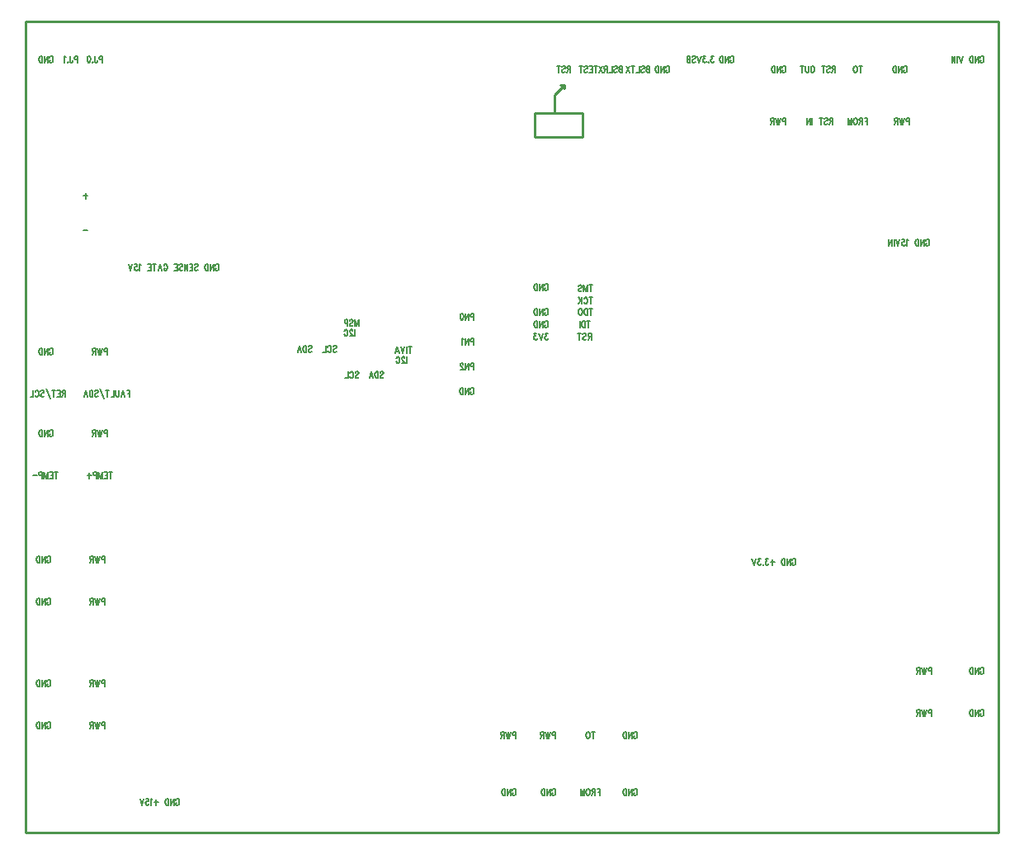
<source format=gbo>
*
*
G04 PADS9.1 Build Number: 384028 generated Gerber (RS-274-X) file*
G04 PC Version=2.1*
*
%IN "ASPS_DAQv5p2.pcb"*%
*
%MOIN*%
*
%FSLAX35Y35*%
*
*
*
*
G04 PC Standard Apertures*
*
*
G04 Thermal Relief Aperture macro.*
%AMTER*
1,1,$1,0,0*
1,0,$1-$2,0,0*
21,0,$3,$4,0,0,45*
21,0,$3,$4,0,0,135*
%
*
*
G04 Annular Aperture macro.*
%AMANN*
1,1,$1,0,0*
1,0,$2,0,0*
%
*
*
G04 Odd Aperture macro.*
%AMODD*
1,1,$1,0,0*
1,0,$1-0.005,0,0*
%
*
*
G04 PC Custom Aperture Macros*
*
*
*
*
*
*
G04 PC Aperture Table*
*
%ADD010C,0.001*%
%ADD053C,0.01*%
%ADD057C,0.007*%
*
*
*
*
G04 PC Circuitry*
G04 Layer Name ASPS_DAQv5p2.pcb - circuitry*
%LPD*%
*
*
G04 PC Custom Flashes*
G04 Layer Name ASPS_DAQv5p2.pcb - flashes*
%LPD*%
*
*
G04 PC Circuitry*
G04 Layer Name ASPS_DAQv5p2.pcb - circuitry*
%LPD*%
*
G54D10*
G54D53*
G01X100000Y100000D02*
X493000D01*
Y427500*
X100000*
Y100000*
X305500Y390500D02*
X325000D01*
Y381000*
X305500*
Y390500*
X313500Y391000D02*
Y398000D01*
X317500Y402000*
X316000*
X317500Y400500*
Y402000*
G54D57*
X457000Y388625D02*
Y386000D01*
Y388625D02*
X456182D01*
X455909Y388500*
X455818Y388375*
X455727Y388125*
Y387750*
X455818Y387500*
X455909Y387375*
X456182Y387250*
X457000*
X454909Y388625D02*
X454455Y386000D01*
X454000Y388625D02*
X454455Y386000D01*
X454000Y388625D02*
X453545Y386000D01*
X453091Y388625D02*
X453545Y386000D01*
X452273Y388625D02*
Y386000D01*
Y388625D02*
X451455D01*
X451182Y388500*
X451091Y388375*
X451000Y388125*
Y387875*
X451091Y387625*
X451182Y387500*
X451455Y387375*
X452273*
X451636D02*
X451000Y386000D01*
X454636Y409000D02*
X454727Y409250D01*
X454909Y409500*
X455091Y409625*
X455455*
X455636Y409500*
X455818Y409250*
X455909Y409000*
X456000Y408625*
Y408000*
X455909Y407625*
X455818Y407375*
X455636Y407125*
X455455Y407000*
X455091*
X454909Y407125*
X454727Y407375*
X454636Y407625*
Y408000*
X455091D02*
X454636D01*
X453818Y409625D02*
Y407000D01*
Y409625D02*
X452545Y407000D01*
Y409625D02*
Y407000D01*
X451727Y409625D02*
Y407000D01*
Y409625D02*
X451091D01*
X450818Y409500*
X450636Y409250*
X450545Y409000*
X450455Y408625*
Y408000*
X450545Y407625*
X450636Y407375*
X450818Y407125*
X451091Y407000*
X451727*
X440000Y388625D02*
Y386000D01*
Y388625D02*
X438818D01*
X440000Y387375D02*
X439273D01*
X438000Y388625D02*
Y386000D01*
Y388625D02*
X437182D01*
X436909Y388500*
X436818Y388375*
X436727Y388125*
Y387875*
X436818Y387625*
X436909Y387500*
X437182Y387375*
X438000*
X437364D02*
X436727Y386000D01*
X435364Y388625D02*
X435545Y388500D01*
X435727Y388250*
X435818Y388000*
X435909Y387625*
Y387000*
X435818Y386625*
X435727Y386375*
X435545Y386125*
X435364Y386000*
X435000*
X434818Y386125*
X434636Y386375*
X434545Y386625*
X434455Y387000*
Y387625*
X434545Y388000*
X434636Y388250*
X434818Y388500*
X435000Y388625*
X435364*
X433636D02*
Y386000D01*
Y388625D02*
X432909Y386000D01*
X432182Y388625D02*
X432909Y386000D01*
X432182Y388625D02*
Y386000D01*
X437364Y409625D02*
Y407000D01*
X438000Y409625D02*
X436727D01*
X435364D02*
X435545Y409500D01*
X435727Y409250*
X435818Y409000*
X435909Y408625*
Y408000*
X435818Y407625*
X435727Y407375*
X435545Y407125*
X435364Y407000*
X435000*
X434818Y407125*
X434636Y407375*
X434545Y407625*
X434455Y408000*
Y408625*
X434545Y409000*
X434636Y409250*
X434818Y409500*
X435000Y409625*
X435364*
X426000Y388625D02*
Y386000D01*
Y388625D02*
X425182D01*
X424909Y388500*
X424818Y388375*
X424727Y388125*
Y387875*
X424818Y387625*
X424909Y387500*
X425182Y387375*
X426000*
X425364D02*
X424727Y386000D01*
X422636Y388250D02*
X422818Y388500D01*
X423091Y388625*
X423455*
X423727Y388500*
X423909Y388250*
Y388000*
X423818Y387750*
X423727Y387625*
X423545Y387500*
X423000Y387250*
X422818Y387125*
X422727Y387000*
X422636Y386750*
Y386375*
X422818Y386125*
X423091Y386000*
X423455*
X423727Y386125*
X423909Y386375*
X421182Y388625D02*
Y386000D01*
X421818Y388625D02*
X420545D01*
X417636D02*
Y386000D01*
X416818Y388625D02*
Y386000D01*
Y388625D02*
X415545Y386000D01*
Y388625D02*
Y386000D01*
X427000Y409625D02*
Y407000D01*
Y409625D02*
X426182D01*
X425909Y409500*
X425818Y409375*
X425727Y409125*
Y408875*
X425818Y408625*
X425909Y408500*
X426182Y408375*
X427000*
X426364D02*
X425727Y407000D01*
X423636Y409250D02*
X423818Y409500D01*
X424091Y409625*
X424455*
X424727Y409500*
X424909Y409250*
Y409000*
X424818Y408750*
X424727Y408625*
X424545Y408500*
X424000Y408250*
X423818Y408125*
X423727Y408000*
X423636Y407750*
Y407375*
X423818Y407125*
X424091Y407000*
X424455*
X424727Y407125*
X424909Y407375*
X422182Y409625D02*
Y407000D01*
X422818Y409625D02*
X421545D01*
X418091D02*
X418273Y409500D01*
X418455Y409250*
X418545Y409000*
X418636Y408625*
Y408000*
X418545Y407625*
X418455Y407375*
X418273Y407125*
X418091Y407000*
X417727*
X417545Y407125*
X417364Y407375*
X417273Y407625*
X417182Y408000*
Y408625*
X417273Y409000*
X417364Y409250*
X417545Y409500*
X417727Y409625*
X418091*
X416364D02*
Y407750D01*
X416273Y407375*
X416091Y407125*
X415818Y407000*
X415636*
X415364Y407125*
X415182Y407375*
X415091Y407750*
Y409625*
X413636D02*
Y407000D01*
X414273Y409625D02*
X413000D01*
X407000Y388625D02*
Y386000D01*
Y388625D02*
X406182D01*
X405909Y388500*
X405818Y388375*
X405727Y388125*
Y387750*
X405818Y387500*
X405909Y387375*
X406182Y387250*
X407000*
X404909Y388625D02*
X404455Y386000D01*
X404000Y388625D02*
X404455Y386000D01*
X404000Y388625D02*
X403545Y386000D01*
X403091Y388625D02*
X403545Y386000D01*
X402273Y388625D02*
Y386000D01*
Y388625D02*
X401455D01*
X401182Y388500*
X401091Y388375*
X401000Y388125*
Y387875*
X401091Y387625*
X401182Y387500*
X401455Y387375*
X402273*
X401636D02*
X401000Y386000D01*
X405636Y409000D02*
X405727Y409250D01*
X405909Y409500*
X406091Y409625*
X406455*
X406636Y409500*
X406818Y409250*
X406909Y409000*
X407000Y408625*
Y408000*
X406909Y407625*
X406818Y407375*
X406636Y407125*
X406455Y407000*
X406091*
X405909Y407125*
X405727Y407375*
X405636Y407625*
Y408000*
X406091D02*
X405636D01*
X404818Y409625D02*
Y407000D01*
Y409625D02*
X403545Y407000D01*
Y409625D02*
Y407000D01*
X402727Y409625D02*
Y407000D01*
Y409625D02*
X402091D01*
X401818Y409500*
X401636Y409250*
X401545Y409000*
X401455Y408625*
Y408000*
X401545Y407625*
X401636Y407375*
X401818Y407125*
X402091Y407000*
X402727*
X358636Y409000D02*
X358727Y409250D01*
X358909Y409500*
X359091Y409625*
X359455*
X359636Y409500*
X359818Y409250*
X359909Y409000*
X360000Y408625*
Y408000*
X359909Y407625*
X359818Y407375*
X359636Y407125*
X359455Y407000*
X359091*
X358909Y407125*
X358727Y407375*
X358636Y407625*
Y408000*
X359091D02*
X358636D01*
X357818Y409625D02*
Y407000D01*
Y409625D02*
X356545Y407000D01*
Y409625D02*
Y407000D01*
X355727Y409625D02*
Y407000D01*
Y409625D02*
X355091D01*
X354818Y409500*
X354636Y409250*
X354545Y409000*
X354455Y408625*
Y408000*
X354545Y407625*
X354636Y407375*
X354818Y407125*
X355091Y407000*
X355727*
X352000Y409625D02*
Y407000D01*
Y409625D02*
X351182D01*
X350909Y409500*
X350818Y409375*
X350727Y409125*
Y408875*
X350818Y408625*
X350909Y408500*
X351182Y408375*
X352000D02*
X351182D01*
X350909Y408250*
X350818Y408125*
X350727Y407875*
Y407500*
X350818Y407250*
X350909Y407125*
X351182Y407000*
X352000*
X348636Y409250D02*
X348818Y409500D01*
X349091Y409625*
X349455*
X349727Y409500*
X349909Y409250*
Y409000*
X349818Y408750*
X349727Y408625*
X349545Y408500*
X349000Y408250*
X348818Y408125*
X348727Y408000*
X348636Y407750*
Y407375*
X348818Y407125*
X349091Y407000*
X349455*
X349727Y407125*
X349909Y407375*
X347818Y409625D02*
Y407000D01*
X346727*
X345273Y409625D02*
Y407000D01*
X345909Y409625D02*
X344636D01*
X343818D02*
X342545Y407000D01*
Y409625D02*
X343818Y407000D01*
X341000Y409625D02*
Y407000D01*
Y409625D02*
X340182D01*
X339909Y409500*
X339818Y409375*
X339727Y409125*
Y408875*
X339818Y408625*
X339909Y408500*
X340182Y408375*
X341000D02*
X340182D01*
X339909Y408250*
X339818Y408125*
X339727Y407875*
Y407500*
X339818Y407250*
X339909Y407125*
X340182Y407000*
X341000*
X337636Y409250D02*
X337818Y409500D01*
X338091Y409625*
X338455*
X338727Y409500*
X338909Y409250*
Y409000*
X338818Y408750*
X338727Y408625*
X338545Y408500*
X338000Y408250*
X337818Y408125*
X337727Y408000*
X337636Y407750*
Y407375*
X337818Y407125*
X338091Y407000*
X338455*
X338727Y407125*
X338909Y407375*
X336818Y409625D02*
Y407000D01*
X335727*
X334909Y409625D02*
Y407000D01*
Y409625D02*
X334091D01*
X333818Y409500*
X333727Y409375*
X333636Y409125*
Y408875*
X333727Y408625*
X333818Y408500*
X334091Y408375*
X334909*
X334273D02*
X333636Y407000D01*
X332818Y409625D02*
X331545Y407000D01*
Y409625D02*
X332818Y407000D01*
X330364Y409625D02*
Y407000D01*
X331000Y409625D02*
X329727D01*
X328909D02*
Y407000D01*
Y409625D02*
X327727D01*
X328909Y408375D02*
X328182D01*
X328909Y407000D02*
X327727D01*
X325636Y409250D02*
X325818Y409500D01*
X326091Y409625*
X326455*
X326727Y409500*
X326909Y409250*
Y409000*
X326818Y408750*
X326727Y408625*
X326545Y408500*
X326000Y408250*
X325818Y408125*
X325727Y408000*
X325636Y407750*
Y407375*
X325818Y407125*
X326091Y407000*
X326455*
X326727Y407125*
X326909Y407375*
X324182Y409625D02*
Y407000D01*
X324818Y409625D02*
X323545D01*
X320000D02*
Y407000D01*
Y409625D02*
X319182D01*
X318909Y409500*
X318818Y409375*
X318727Y409125*
Y408875*
X318818Y408625*
X318909Y408500*
X319182Y408375*
X320000*
X319364D02*
X318727Y407000D01*
X316636Y409250D02*
X316818Y409500D01*
X317091Y409625*
X317455*
X317727Y409500*
X317909Y409250*
Y409000*
X317818Y408750*
X317727Y408625*
X317545Y408500*
X317000Y408250*
X316818Y408125*
X316727Y408000*
X316636Y407750*
Y407375*
X316818Y407125*
X317091Y407000*
X317455*
X317727Y407125*
X317909Y407375*
X315182Y409625D02*
Y407000D01*
X315818Y409625D02*
X314545D01*
X131000Y413625D02*
Y411000D01*
Y413625D02*
X130182D01*
X129909Y413500*
X129818Y413375*
X129727Y413125*
Y412750*
X129818Y412500*
X129909Y412375*
X130182Y412250*
X131000*
X128000Y413625D02*
Y411625D01*
X128091Y411250*
X128182Y411125*
X128364Y411000*
X128545*
X128727Y411125*
X128818Y411250*
X128909Y411625*
Y411875*
X127091Y411250D02*
X127182Y411125D01*
X127091Y411000*
X127000Y411125*
X127091Y411250*
X125636Y413625D02*
X125909Y413500D01*
X126091Y413125*
X126182Y412500*
Y412125*
X126091Y411500*
X125909Y411125*
X125636Y411000*
X125455*
X125182Y411125*
X125000Y411500*
X124909Y412125*
Y412500*
X125000Y413125*
X125182Y413500*
X125455Y413625*
X125636*
X121000D02*
Y411000D01*
Y413625D02*
X120182D01*
X119909Y413500*
X119818Y413375*
X119727Y413125*
Y412750*
X119818Y412500*
X119909Y412375*
X120182Y412250*
X121000*
X118000Y413625D02*
Y411625D01*
X118091Y411250*
X118182Y411125*
X118364Y411000*
X118545*
X118727Y411125*
X118818Y411250*
X118909Y411625*
Y411875*
X117091Y411250D02*
X117182Y411125D01*
X117091Y411000*
X117000Y411125*
X117091Y411250*
X116182Y413125D02*
X116000Y413250D01*
X115727Y413625*
Y411000*
X109636Y413000D02*
X109727Y413250D01*
X109909Y413500*
X110091Y413625*
X110455*
X110636Y413500*
X110818Y413250*
X110909Y413000*
X111000Y412625*
Y412000*
X110909Y411625*
X110818Y411375*
X110636Y411125*
X110455Y411000*
X110091*
X109909Y411125*
X109727Y411375*
X109636Y411625*
Y412000*
X110091D02*
X109636D01*
X108818Y413625D02*
Y411000D01*
Y413625D02*
X107545Y411000D01*
Y413625D02*
Y411000D01*
X106727Y413625D02*
Y411000D01*
Y413625D02*
X106091D01*
X105818Y413500*
X105636Y413250*
X105545Y413000*
X105455Y412625*
Y412000*
X105545Y411625*
X105636Y411375*
X105818Y411125*
X106091Y411000*
X106727*
X328500Y301625D02*
Y299000D01*
Y301625D02*
X327682D01*
X327409Y301500*
X327318Y301375*
X327227Y301125*
Y300875*
X327318Y300625*
X327409Y300500*
X327682Y300375*
X328500*
X327864D02*
X327227Y299000D01*
X325136Y301250D02*
X325318Y301500D01*
X325591Y301625*
X325955*
X326227Y301500*
X326409Y301250*
Y301000*
X326318Y300750*
X326227Y300625*
X326045Y300500*
X325500Y300250*
X325318Y300125*
X325227Y300000*
X325136Y299750*
Y299375*
X325318Y299125*
X325591Y299000*
X325955*
X326227Y299125*
X326409Y299375*
X323682Y301625D02*
Y299000D01*
X324318Y301625D02*
X323045D01*
X327364Y306625D02*
Y304000D01*
X328000Y306625D02*
X326727D01*
X325909D02*
Y304000D01*
Y306625D02*
X325273D01*
X325000Y306500*
X324818Y306250*
X324727Y306000*
X324636Y305625*
Y305000*
X324727Y304625*
X324818Y304375*
X325000Y304125*
X325273Y304000*
X325909*
X323818Y306625D02*
Y304000D01*
X328364Y311625D02*
Y309000D01*
X329000Y311625D02*
X327727D01*
X326909D02*
Y309000D01*
Y311625D02*
X326273D01*
X326000Y311500*
X325818Y311250*
X325727Y311000*
X325636Y310625*
Y310000*
X325727Y309625*
X325818Y309375*
X326000Y309125*
X326273Y309000*
X326909*
X324273Y311625D02*
X324455Y311500D01*
X324636Y311250*
X324727Y311000*
X324818Y310625*
Y310000*
X324727Y309625*
X324636Y309375*
X324455Y309125*
X324273Y309000*
X323909*
X323727Y309125*
X323545Y309375*
X323455Y309625*
X323364Y310000*
Y310625*
X323455Y311000*
X323545Y311250*
X323727Y311500*
X323909Y311625*
X324273*
X328364Y321125D02*
Y318500D01*
X329000Y321125D02*
X327727D01*
X326909D02*
Y318500D01*
Y321125D02*
X326182Y318500D01*
X325455Y321125D02*
X326182Y318500D01*
X325455Y321125D02*
Y318500D01*
X323364Y320750D02*
X323545Y321000D01*
X323818Y321125*
X324182*
X324455Y321000*
X324636Y320750*
Y320500*
X324545Y320250*
X324455Y320125*
X324273Y320000*
X323727Y319750*
X323545Y319625*
X323455Y319500*
X323364Y319250*
Y318875*
X323545Y318625*
X323818Y318500*
X324182*
X324455Y318625*
X324636Y318875*
X328364Y316125D02*
Y313500D01*
X329000Y316125D02*
X327727D01*
X325545Y315500D02*
X325636Y315750D01*
X325818Y316000*
X326000Y316125*
X326364*
X326545Y316000*
X326727Y315750*
X326818Y315500*
X326909Y315125*
Y314500*
X326818Y314125*
X326727Y313875*
X326545Y313625*
X326364Y313500*
X326000*
X325818Y313625*
X325636Y313875*
X325545Y314125*
X324727Y316125D02*
Y313500D01*
X323455Y316125D02*
X324727Y314375D01*
X324273Y315000D02*
X323455Y313500D01*
X309636Y321000D02*
X309727Y321250D01*
X309909Y321500*
X310091Y321625*
X310455*
X310636Y321500*
X310818Y321250*
X310909Y321000*
X311000Y320625*
Y320000*
X310909Y319625*
X310818Y319375*
X310636Y319125*
X310455Y319000*
X310091*
X309909Y319125*
X309727Y319375*
X309636Y319625*
Y320000*
X310091D02*
X309636D01*
X308818Y321625D02*
Y319000D01*
Y321625D02*
X307545Y319000D01*
Y321625D02*
Y319000D01*
X306727Y321625D02*
Y319000D01*
Y321625D02*
X306091D01*
X305818Y321500*
X305636Y321250*
X305545Y321000*
X305455Y320625*
Y320000*
X305545Y319625*
X305636Y319375*
X305818Y319125*
X306091Y319000*
X306727*
X309636Y311000D02*
X309727Y311250D01*
X309909Y311500*
X310091Y311625*
X310455*
X310636Y311500*
X310818Y311250*
X310909Y311000*
X311000Y310625*
Y310000*
X310909Y309625*
X310818Y309375*
X310636Y309125*
X310455Y309000*
X310091*
X309909Y309125*
X309727Y309375*
X309636Y309625*
Y310000*
X310091D02*
X309636D01*
X308818Y311625D02*
Y309000D01*
Y311625D02*
X307545Y309000D01*
Y311625D02*
Y309000D01*
X306727Y311625D02*
Y309000D01*
Y311625D02*
X306091D01*
X305818Y311500*
X305636Y311250*
X305545Y311000*
X305455Y310625*
Y310000*
X305545Y309625*
X305636Y309375*
X305818Y309125*
X306091Y309000*
X306727*
X309636Y306000D02*
X309727Y306250D01*
X309909Y306500*
X310091Y306625*
X310455*
X310636Y306500*
X310818Y306250*
X310909Y306000*
X311000Y305625*
Y305000*
X310909Y304625*
X310818Y304375*
X310636Y304125*
X310455Y304000*
X310091*
X309909Y304125*
X309727Y304375*
X309636Y304625*
Y305000*
X310091D02*
X309636D01*
X308818Y306625D02*
Y304000D01*
Y306625D02*
X307545Y304000D01*
Y306625D02*
Y304000D01*
X306727Y306625D02*
Y304000D01*
Y306625D02*
X306091D01*
X305818Y306500*
X305636Y306250*
X305545Y306000*
X305455Y305625*
Y305000*
X305545Y304625*
X305636Y304375*
X305818Y304125*
X306091Y304000*
X306727*
X310818Y301625D02*
X309818D01*
X310364Y300625*
X310091*
X309909Y300500*
X309818Y300375*
X309727Y300000*
Y299750*
X309818Y299375*
X310000Y299125*
X310273Y299000*
X310545*
X310818Y299125*
X310909Y299250*
X311000Y299500*
X308909Y301625D02*
X308182Y299000D01*
X307455Y301625D02*
X308182Y299000D01*
X306455Y301625D02*
X305455D01*
X306000Y300625*
X305727*
X305545Y300500*
X305455Y300375*
X305364Y300000*
Y299750*
X305455Y299375*
X305636Y299125*
X305909Y299000*
X306182*
X306455Y299125*
X306545Y299250*
X306636Y299500*
X281000Y309625D02*
Y307000D01*
Y309625D02*
X280182D01*
X279909Y309500*
X279818Y309375*
X279727Y309125*
Y308750*
X279818Y308500*
X279909Y308375*
X280182Y308250*
X281000*
X278909Y309625D02*
Y307000D01*
Y309625D02*
X277636Y307000D01*
Y309625D02*
Y307000D01*
X276273Y309625D02*
X276545Y309500D01*
X276727Y309125*
X276818Y308500*
Y308125*
X276727Y307500*
X276545Y307125*
X276273Y307000*
X276091*
X275818Y307125*
X275636Y307500*
X275545Y308125*
Y308500*
X275636Y309125*
X275818Y309500*
X276091Y309625*
X276273*
X281000Y299625D02*
Y297000D01*
Y299625D02*
X280182D01*
X279909Y299500*
X279818Y299375*
X279727Y299125*
Y298750*
X279818Y298500*
X279909Y298375*
X280182Y298250*
X281000*
X278909Y299625D02*
Y297000D01*
Y299625D02*
X277636Y297000D01*
Y299625D02*
Y297000D01*
X276818Y299125D02*
X276636Y299250D01*
X276364Y299625*
Y297000*
X281000Y289625D02*
Y287000D01*
Y289625D02*
X280182D01*
X279909Y289500*
X279818Y289375*
X279727Y289125*
Y288750*
X279818Y288500*
X279909Y288375*
X280182Y288250*
X281000*
X278909Y289625D02*
Y287000D01*
Y289625D02*
X277636Y287000D01*
Y289625D02*
Y287000D01*
X276727Y289000D02*
Y289125D01*
X276636Y289375*
X276545Y289500*
X276364Y289625*
X276000*
X275818Y289500*
X275727Y289375*
X275636Y289125*
Y288875*
X275727Y288625*
X275909Y288250*
X276818Y287000*
X275545*
X279636Y279000D02*
X279727Y279250D01*
X279909Y279500*
X280091Y279625*
X280455*
X280636Y279500*
X280818Y279250*
X280909Y279000*
X281000Y278625*
Y278000*
X280909Y277625*
X280818Y277375*
X280636Y277125*
X280455Y277000*
X280091*
X279909Y277125*
X279727Y277375*
X279636Y277625*
Y278000*
X280091D02*
X279636D01*
X278818Y279625D02*
Y277000D01*
Y279625D02*
X277545Y277000D01*
Y279625D02*
Y277000D01*
X276727Y279625D02*
Y277000D01*
Y279625D02*
X276091D01*
X275818Y279500*
X275636Y279250*
X275545Y279000*
X275455Y278625*
Y278000*
X275545Y277625*
X275636Y277375*
X275818Y277125*
X276091Y277000*
X276727*
X233227Y285750D02*
X233409Y286000D01*
X233682Y286125*
X234045*
X234318Y286000*
X234500Y285750*
Y285500*
X234409Y285250*
X234318Y285125*
X234136Y285000*
X233591Y284750*
X233409Y284625*
X233318Y284500*
X233227Y284250*
Y283875*
X233409Y283625*
X233682Y283500*
X234045*
X234318Y283625*
X234500Y283875*
X231045Y285500D02*
X231136Y285750D01*
X231318Y286000*
X231500Y286125*
X231864*
X232045Y286000*
X232227Y285750*
X232318Y285500*
X232409Y285125*
Y284500*
X232318Y284125*
X232227Y283875*
X232045Y283625*
X231864Y283500*
X231500*
X231318Y283625*
X231136Y283875*
X231045Y284125*
X230227Y286125D02*
Y283500D01*
X229136*
X243227Y285750D02*
X243409Y286000D01*
X243682Y286125*
X244045*
X244318Y286000*
X244500Y285750*
Y285500*
X244409Y285250*
X244318Y285125*
X244136Y285000*
X243591Y284750*
X243409Y284625*
X243318Y284500*
X243227Y284250*
Y283875*
X243409Y283625*
X243682Y283500*
X244045*
X244318Y283625*
X244500Y283875*
X242409Y286125D02*
Y283500D01*
Y286125D02*
X241773D01*
X241500Y286000*
X241318Y285750*
X241227Y285500*
X241136Y285125*
Y284500*
X241227Y284125*
X241318Y283875*
X241500Y283625*
X241773Y283500*
X242409*
X239591Y286125D02*
X240318Y283500D01*
X239591Y286125D02*
X238864Y283500D01*
X240045Y284375D02*
X239136D01*
X124182Y358250D02*
Y356000D01*
X125000Y357125D02*
X123364D01*
X125000Y343125D02*
X123364D01*
X134364Y245625D02*
Y243000D01*
X135000Y245625D02*
X133727D01*
X132909D02*
Y243000D01*
Y245625D02*
X131727D01*
X132909Y244375D02*
X132182D01*
X132909Y243000D02*
X131727D01*
X130909Y245625D02*
Y243000D01*
Y245625D02*
X130182Y243000D01*
X129455Y245625D02*
X130182Y243000D01*
X129455Y245625D02*
Y243000D01*
X128636Y245625D02*
Y243000D01*
Y245625D02*
X127818D01*
X127545Y245500*
X127455Y245375*
X127364Y245125*
Y244750*
X127455Y244500*
X127545Y244375*
X127818Y244250*
X128636*
X125727Y245250D02*
Y243000D01*
X126545Y244125D02*
X124909D01*
X112364Y245625D02*
Y243000D01*
X113000Y245625D02*
X111727D01*
X110909D02*
Y243000D01*
Y245625D02*
X109727D01*
X110909Y244375D02*
X110182D01*
X110909Y243000D02*
X109727D01*
X108909Y245625D02*
Y243000D01*
Y245625D02*
X108182Y243000D01*
X107455Y245625D02*
X108182Y243000D01*
X107455Y245625D02*
Y243000D01*
X106636Y245625D02*
Y243000D01*
Y245625D02*
X105818D01*
X105545Y245500*
X105455Y245375*
X105364Y245125*
Y244750*
X105455Y244500*
X105545Y244375*
X105818Y244250*
X106636*
X104545Y244125D02*
X102909D01*
X133000Y262625D02*
Y260000D01*
Y262625D02*
X132182D01*
X131909Y262500*
X131818Y262375*
X131727Y262125*
Y261750*
X131818Y261500*
X131909Y261375*
X132182Y261250*
X133000*
X130909Y262625D02*
X130455Y260000D01*
X130000Y262625D02*
X130455Y260000D01*
X130000Y262625D02*
X129545Y260000D01*
X129091Y262625D02*
X129545Y260000D01*
X128273Y262625D02*
Y260000D01*
Y262625D02*
X127455D01*
X127182Y262500*
X127091Y262375*
X127000Y262125*
Y261875*
X127091Y261625*
X127182Y261500*
X127455Y261375*
X128273*
X127636D02*
X127000Y260000D01*
X133000Y295625D02*
Y293000D01*
Y295625D02*
X132182D01*
X131909Y295500*
X131818Y295375*
X131727Y295125*
Y294750*
X131818Y294500*
X131909Y294375*
X132182Y294250*
X133000*
X130909Y295625D02*
X130455Y293000D01*
X130000Y295625D02*
X130455Y293000D01*
X130000Y295625D02*
X129545Y293000D01*
X129091Y295625D02*
X129545Y293000D01*
X128273Y295625D02*
Y293000D01*
Y295625D02*
X127455D01*
X127182Y295500*
X127091Y295375*
X127000Y295125*
Y294875*
X127091Y294625*
X127182Y294500*
X127455Y294375*
X128273*
X127636D02*
X127000Y293000D01*
X109636Y295000D02*
X109727Y295250D01*
X109909Y295500*
X110091Y295625*
X110455*
X110636Y295500*
X110818Y295250*
X110909Y295000*
X111000Y294625*
Y294000*
X110909Y293625*
X110818Y293375*
X110636Y293125*
X110455Y293000*
X110091*
X109909Y293125*
X109727Y293375*
X109636Y293625*
Y294000*
X110091D02*
X109636D01*
X108818Y295625D02*
Y293000D01*
Y295625D02*
X107545Y293000D01*
Y295625D02*
Y293000D01*
X106727Y295625D02*
Y293000D01*
Y295625D02*
X106091D01*
X105818Y295500*
X105636Y295250*
X105545Y295000*
X105455Y294625*
Y294000*
X105545Y293625*
X105636Y293375*
X105818Y293125*
X106091Y293000*
X106727*
X109636Y262000D02*
X109727Y262250D01*
X109909Y262500*
X110091Y262625*
X110455*
X110636Y262500*
X110818Y262250*
X110909Y262000*
X111000Y261625*
Y261000*
X110909Y260625*
X110818Y260375*
X110636Y260125*
X110455Y260000*
X110091*
X109909Y260125*
X109727Y260375*
X109636Y260625*
Y261000*
X110091D02*
X109636D01*
X108818Y262625D02*
Y260000D01*
Y262625D02*
X107545Y260000D01*
Y262625D02*
Y260000D01*
X106727Y262625D02*
Y260000D01*
Y262625D02*
X106091D01*
X105818Y262500*
X105636Y262250*
X105545Y262000*
X105455Y261625*
Y261000*
X105545Y260625*
X105636Y260375*
X105818Y260125*
X106091Y260000*
X106727*
X142000Y278625D02*
Y276000D01*
Y278625D02*
X140818D01*
X142000Y277375D02*
X141273D01*
X139273Y278625D02*
X140000Y276000D01*
X139273Y278625D02*
X138545Y276000D01*
X139727Y276875D02*
X138818D01*
X137727Y278625D02*
Y276750D01*
X137636Y276375*
X137455Y276125*
X137182Y276000*
X137000*
X136727Y276125*
X136545Y276375*
X136455Y276750*
Y278625*
X135636D02*
Y276000D01*
X134545*
X133091Y278625D02*
Y276000D01*
X133727Y278625D02*
X132455D01*
X130000Y279125D02*
X131636Y275125D01*
X127909Y278250D02*
X128091Y278500D01*
X128364Y278625*
X128727*
X129000Y278500*
X129182Y278250*
Y278000*
X129091Y277750*
X129000Y277625*
X128818Y277500*
X128273Y277250*
X128091Y277125*
X128000Y277000*
X127909Y276750*
Y276375*
X128091Y276125*
X128364Y276000*
X128727*
X129000Y276125*
X129182Y276375*
X127091Y278625D02*
Y276000D01*
Y278625D02*
X126455D01*
X126182Y278500*
X126000Y278250*
X125909Y278000*
X125818Y277625*
Y277000*
X125909Y276625*
X126000Y276375*
X126182Y276125*
X126455Y276000*
X127091*
X124273Y278625D02*
X125000Y276000D01*
X124273Y278625D02*
X123545Y276000D01*
X124727Y276875D02*
X123818D01*
X116000Y278625D02*
Y276000D01*
Y278625D02*
X115182D01*
X114909Y278500*
X114818Y278375*
X114727Y278125*
Y277875*
X114818Y277625*
X114909Y277500*
X115182Y277375*
X116000*
X115364D02*
X114727Y276000D01*
X113909Y278625D02*
Y276000D01*
Y278625D02*
X112727D01*
X113909Y277375D02*
X113182D01*
X113909Y276000D02*
X112727D01*
X111273Y278625D02*
Y276000D01*
X111909Y278625D02*
X110636D01*
X108182Y279125D02*
X109818Y275125D01*
X106091Y278250D02*
X106273Y278500D01*
X106545Y278625*
X106909*
X107182Y278500*
X107364Y278250*
Y278000*
X107273Y277750*
X107182Y277625*
X107000Y277500*
X106455Y277250*
X106273Y277125*
X106182Y277000*
X106091Y276750*
Y276375*
X106273Y276125*
X106545Y276000*
X106909*
X107182Y276125*
X107364Y276375*
X103909Y278000D02*
X104000Y278250D01*
X104182Y278500*
X104364Y278625*
X104727*
X104909Y278500*
X105091Y278250*
X105182Y278000*
X105273Y277625*
Y277000*
X105182Y276625*
X105091Y276375*
X104909Y276125*
X104727Y276000*
X104364*
X104182Y276125*
X104000Y276375*
X103909Y276625*
X103091Y278625D02*
Y276000D01*
X102000*
X132000Y211625D02*
Y209000D01*
Y211625D02*
X131182D01*
X130909Y211500*
X130818Y211375*
X130727Y211125*
Y210750*
X130818Y210500*
X130909Y210375*
X131182Y210250*
X132000*
X129909Y211625D02*
X129455Y209000D01*
X129000Y211625D02*
X129455Y209000D01*
X129000Y211625D02*
X128545Y209000D01*
X128091Y211625D02*
X128545Y209000D01*
X127273Y211625D02*
Y209000D01*
Y211625D02*
X126455D01*
X126182Y211500*
X126091Y211375*
X126000Y211125*
Y210875*
X126091Y210625*
X126182Y210500*
X126455Y210375*
X127273*
X126636D02*
X126000Y209000D01*
X108636Y211000D02*
X108727Y211250D01*
X108909Y211500*
X109091Y211625*
X109455*
X109636Y211500*
X109818Y211250*
X109909Y211000*
X110000Y210625*
Y210000*
X109909Y209625*
X109818Y209375*
X109636Y209125*
X109455Y209000*
X109091*
X108909Y209125*
X108727Y209375*
X108636Y209625*
Y210000*
X109091D02*
X108636D01*
X107818Y211625D02*
Y209000D01*
Y211625D02*
X106545Y209000D01*
Y211625D02*
Y209000D01*
X105727Y211625D02*
Y209000D01*
Y211625D02*
X105091D01*
X104818Y211500*
X104636Y211250*
X104545Y211000*
X104455Y210625*
Y210000*
X104545Y209625*
X104636Y209375*
X104818Y209125*
X105091Y209000*
X105727*
X132000Y194625D02*
Y192000D01*
Y194625D02*
X131182D01*
X130909Y194500*
X130818Y194375*
X130727Y194125*
Y193750*
X130818Y193500*
X130909Y193375*
X131182Y193250*
X132000*
X129909Y194625D02*
X129455Y192000D01*
X129000Y194625D02*
X129455Y192000D01*
X129000Y194625D02*
X128545Y192000D01*
X128091Y194625D02*
X128545Y192000D01*
X127273Y194625D02*
Y192000D01*
Y194625D02*
X126455D01*
X126182Y194500*
X126091Y194375*
X126000Y194125*
Y193875*
X126091Y193625*
X126182Y193500*
X126455Y193375*
X127273*
X126636D02*
X126000Y192000D01*
X108636Y194000D02*
X108727Y194250D01*
X108909Y194500*
X109091Y194625*
X109455*
X109636Y194500*
X109818Y194250*
X109909Y194000*
X110000Y193625*
Y193000*
X109909Y192625*
X109818Y192375*
X109636Y192125*
X109455Y192000*
X109091*
X108909Y192125*
X108727Y192375*
X108636Y192625*
Y193000*
X109091D02*
X108636D01*
X107818Y194625D02*
Y192000D01*
Y194625D02*
X106545Y192000D01*
Y194625D02*
Y192000D01*
X105727Y194625D02*
Y192000D01*
Y194625D02*
X105091D01*
X104818Y194500*
X104636Y194250*
X104545Y194000*
X104455Y193625*
Y193000*
X104545Y192625*
X104636Y192375*
X104818Y192125*
X105091Y192000*
X105727*
X132000Y161625D02*
Y159000D01*
Y161625D02*
X131182D01*
X130909Y161500*
X130818Y161375*
X130727Y161125*
Y160750*
X130818Y160500*
X130909Y160375*
X131182Y160250*
X132000*
X129909Y161625D02*
X129455Y159000D01*
X129000Y161625D02*
X129455Y159000D01*
X129000Y161625D02*
X128545Y159000D01*
X128091Y161625D02*
X128545Y159000D01*
X127273Y161625D02*
Y159000D01*
Y161625D02*
X126455D01*
X126182Y161500*
X126091Y161375*
X126000Y161125*
Y160875*
X126091Y160625*
X126182Y160500*
X126455Y160375*
X127273*
X126636D02*
X126000Y159000D01*
X108636Y161000D02*
X108727Y161250D01*
X108909Y161500*
X109091Y161625*
X109455*
X109636Y161500*
X109818Y161250*
X109909Y161000*
X110000Y160625*
Y160000*
X109909Y159625*
X109818Y159375*
X109636Y159125*
X109455Y159000*
X109091*
X108909Y159125*
X108727Y159375*
X108636Y159625*
Y160000*
X109091D02*
X108636D01*
X107818Y161625D02*
Y159000D01*
Y161625D02*
X106545Y159000D01*
Y161625D02*
Y159000D01*
X105727Y161625D02*
Y159000D01*
Y161625D02*
X105091D01*
X104818Y161500*
X104636Y161250*
X104545Y161000*
X104455Y160625*
Y160000*
X104545Y159625*
X104636Y159375*
X104818Y159125*
X105091Y159000*
X105727*
X132000Y144625D02*
Y142000D01*
Y144625D02*
X131182D01*
X130909Y144500*
X130818Y144375*
X130727Y144125*
Y143750*
X130818Y143500*
X130909Y143375*
X131182Y143250*
X132000*
X129909Y144625D02*
X129455Y142000D01*
X129000Y144625D02*
X129455Y142000D01*
X129000Y144625D02*
X128545Y142000D01*
X128091Y144625D02*
X128545Y142000D01*
X127273Y144625D02*
Y142000D01*
Y144625D02*
X126455D01*
X126182Y144500*
X126091Y144375*
X126000Y144125*
Y143875*
X126091Y143625*
X126182Y143500*
X126455Y143375*
X127273*
X126636D02*
X126000Y142000D01*
X108636Y144000D02*
X108727Y144250D01*
X108909Y144500*
X109091Y144625*
X109455*
X109636Y144500*
X109818Y144250*
X109909Y144000*
X110000Y143625*
Y143000*
X109909Y142625*
X109818Y142375*
X109636Y142125*
X109455Y142000*
X109091*
X108909Y142125*
X108727Y142375*
X108636Y142625*
Y143000*
X109091D02*
X108636D01*
X107818Y144625D02*
Y142000D01*
Y144625D02*
X106545Y142000D01*
Y144625D02*
Y142000D01*
X105727Y144625D02*
Y142000D01*
Y144625D02*
X105091D01*
X104818Y144500*
X104636Y144250*
X104545Y144000*
X104455Y143625*
Y143000*
X104545Y142625*
X104636Y142375*
X104818Y142125*
X105091Y142000*
X105727*
X466000Y166625D02*
Y164000D01*
Y166625D02*
X465182D01*
X464909Y166500*
X464818Y166375*
X464727Y166125*
Y165750*
X464818Y165500*
X464909Y165375*
X465182Y165250*
X466000*
X463909Y166625D02*
X463455Y164000D01*
X463000Y166625D02*
X463455Y164000D01*
X463000Y166625D02*
X462545Y164000D01*
X462091Y166625D02*
X462545Y164000D01*
X461273Y166625D02*
Y164000D01*
Y166625D02*
X460455D01*
X460182Y166500*
X460091Y166375*
X460000Y166125*
Y165875*
X460091Y165625*
X460182Y165500*
X460455Y165375*
X461273*
X460636D02*
X460000Y164000D01*
X485636Y166000D02*
X485727Y166250D01*
X485909Y166500*
X486091Y166625*
X486455*
X486636Y166500*
X486818Y166250*
X486909Y166000*
X487000Y165625*
Y165000*
X486909Y164625*
X486818Y164375*
X486636Y164125*
X486455Y164000*
X486091*
X485909Y164125*
X485727Y164375*
X485636Y164625*
Y165000*
X486091D02*
X485636D01*
X484818Y166625D02*
Y164000D01*
Y166625D02*
X483545Y164000D01*
Y166625D02*
Y164000D01*
X482727Y166625D02*
Y164000D01*
Y166625D02*
X482091D01*
X481818Y166500*
X481636Y166250*
X481545Y166000*
X481455Y165625*
Y165000*
X481545Y164625*
X481636Y164375*
X481818Y164125*
X482091Y164000*
X482727*
X466000Y149625D02*
Y147000D01*
Y149625D02*
X465182D01*
X464909Y149500*
X464818Y149375*
X464727Y149125*
Y148750*
X464818Y148500*
X464909Y148375*
X465182Y148250*
X466000*
X463909Y149625D02*
X463455Y147000D01*
X463000Y149625D02*
X463455Y147000D01*
X463000Y149625D02*
X462545Y147000D01*
X462091Y149625D02*
X462545Y147000D01*
X461273Y149625D02*
Y147000D01*
Y149625D02*
X460455D01*
X460182Y149500*
X460091Y149375*
X460000Y149125*
Y148875*
X460091Y148625*
X460182Y148500*
X460455Y148375*
X461273*
X460636D02*
X460000Y147000D01*
X485636Y149000D02*
X485727Y149250D01*
X485909Y149500*
X486091Y149625*
X486455*
X486636Y149500*
X486818Y149250*
X486909Y149000*
X487000Y148625*
Y148000*
X486909Y147625*
X486818Y147375*
X486636Y147125*
X486455Y147000*
X486091*
X485909Y147125*
X485727Y147375*
X485636Y147625*
Y148000*
X486091D02*
X485636D01*
X484818Y149625D02*
Y147000D01*
Y149625D02*
X483545Y147000D01*
Y149625D02*
Y147000D01*
X482727Y149625D02*
Y147000D01*
Y149625D02*
X482091D01*
X481818Y149500*
X481636Y149250*
X481545Y149000*
X481455Y148625*
Y148000*
X481545Y147625*
X481636Y147375*
X481818Y147125*
X482091Y147000*
X482727*
X329364Y140625D02*
Y138000D01*
X330000Y140625D02*
X328727D01*
X327364D02*
X327545Y140500D01*
X327727Y140250*
X327818Y140000*
X327909Y139625*
Y139000*
X327818Y138625*
X327727Y138375*
X327545Y138125*
X327364Y138000*
X327000*
X326818Y138125*
X326636Y138375*
X326545Y138625*
X326455Y139000*
Y139625*
X326545Y140000*
X326636Y140250*
X326818Y140500*
X327000Y140625*
X327364*
X332000Y117625D02*
Y115000D01*
Y117625D02*
X330818D01*
X332000Y116375D02*
X331273D01*
X330000Y117625D02*
Y115000D01*
Y117625D02*
X329182D01*
X328909Y117500*
X328818Y117375*
X328727Y117125*
Y116875*
X328818Y116625*
X328909Y116500*
X329182Y116375*
X330000*
X329364D02*
X328727Y115000D01*
X327364Y117625D02*
X327545Y117500D01*
X327727Y117250*
X327818Y117000*
X327909Y116625*
Y116000*
X327818Y115625*
X327727Y115375*
X327545Y115125*
X327364Y115000*
X327000*
X326818Y115125*
X326636Y115375*
X326545Y115625*
X326455Y116000*
Y116625*
X326545Y117000*
X326636Y117250*
X326818Y117500*
X327000Y117625*
X327364*
X325636D02*
Y115000D01*
Y117625D02*
X324909Y115000D01*
X324182Y117625D02*
X324909Y115000D01*
X324182Y117625D02*
Y115000D01*
X345636Y140000D02*
X345727Y140250D01*
X345909Y140500*
X346091Y140625*
X346455*
X346636Y140500*
X346818Y140250*
X346909Y140000*
X347000Y139625*
Y139000*
X346909Y138625*
X346818Y138375*
X346636Y138125*
X346455Y138000*
X346091*
X345909Y138125*
X345727Y138375*
X345636Y138625*
Y139000*
X346091D02*
X345636D01*
X344818Y140625D02*
Y138000D01*
Y140625D02*
X343545Y138000D01*
Y140625D02*
Y138000D01*
X342727Y140625D02*
Y138000D01*
Y140625D02*
X342091D01*
X341818Y140500*
X341636Y140250*
X341545Y140000*
X341455Y139625*
Y139000*
X341545Y138625*
X341636Y138375*
X341818Y138125*
X342091Y138000*
X342727*
X345636Y117000D02*
X345727Y117250D01*
X345909Y117500*
X346091Y117625*
X346455*
X346636Y117500*
X346818Y117250*
X346909Y117000*
X347000Y116625*
Y116000*
X346909Y115625*
X346818Y115375*
X346636Y115125*
X346455Y115000*
X346091*
X345909Y115125*
X345727Y115375*
X345636Y115625*
Y116000*
X346091D02*
X345636D01*
X344818Y117625D02*
Y115000D01*
Y117625D02*
X343545Y115000D01*
Y117625D02*
Y115000D01*
X342727Y117625D02*
Y115000D01*
Y117625D02*
X342091D01*
X341818Y117500*
X341636Y117250*
X341545Y117000*
X341455Y116625*
Y116000*
X341545Y115625*
X341636Y115375*
X341818Y115125*
X342091Y115000*
X342727*
X298000Y140625D02*
Y138000D01*
Y140625D02*
X297182D01*
X296909Y140500*
X296818Y140375*
X296727Y140125*
Y139750*
X296818Y139500*
X296909Y139375*
X297182Y139250*
X298000*
X295909Y140625D02*
X295455Y138000D01*
X295000Y140625D02*
X295455Y138000D01*
X295000Y140625D02*
X294545Y138000D01*
X294091Y140625D02*
X294545Y138000D01*
X293273Y140625D02*
Y138000D01*
Y140625D02*
X292455D01*
X292182Y140500*
X292091Y140375*
X292000Y140125*
Y139875*
X292091Y139625*
X292182Y139500*
X292455Y139375*
X293273*
X292636D02*
X292000Y138000D01*
X314000Y140625D02*
Y138000D01*
Y140625D02*
X313182D01*
X312909Y140500*
X312818Y140375*
X312727Y140125*
Y139750*
X312818Y139500*
X312909Y139375*
X313182Y139250*
X314000*
X311909Y140625D02*
X311455Y138000D01*
X311000Y140625D02*
X311455Y138000D01*
X311000Y140625D02*
X310545Y138000D01*
X310091Y140625D02*
X310545Y138000D01*
X309273Y140625D02*
Y138000D01*
Y140625D02*
X308455D01*
X308182Y140500*
X308091Y140375*
X308000Y140125*
Y139875*
X308091Y139625*
X308182Y139500*
X308455Y139375*
X309273*
X308636D02*
X308000Y138000D01*
X296636Y117000D02*
X296727Y117250D01*
X296909Y117500*
X297091Y117625*
X297455*
X297636Y117500*
X297818Y117250*
X297909Y117000*
X298000Y116625*
Y116000*
X297909Y115625*
X297818Y115375*
X297636Y115125*
X297455Y115000*
X297091*
X296909Y115125*
X296727Y115375*
X296636Y115625*
Y116000*
X297091D02*
X296636D01*
X295818Y117625D02*
Y115000D01*
Y117625D02*
X294545Y115000D01*
Y117625D02*
Y115000D01*
X293727Y117625D02*
Y115000D01*
Y117625D02*
X293091D01*
X292818Y117500*
X292636Y117250*
X292545Y117000*
X292455Y116625*
Y116000*
X292545Y115625*
X292636Y115375*
X292818Y115125*
X293091Y115000*
X293727*
X312636Y117000D02*
X312727Y117250D01*
X312909Y117500*
X313091Y117625*
X313455*
X313636Y117500*
X313818Y117250*
X313909Y117000*
X314000Y116625*
Y116000*
X313909Y115625*
X313818Y115375*
X313636Y115125*
X313455Y115000*
X313091*
X312909Y115125*
X312727Y115375*
X312636Y115625*
Y116000*
X313091D02*
X312636D01*
X311818Y117625D02*
Y115000D01*
Y117625D02*
X310545Y115000D01*
Y117625D02*
Y115000D01*
X309727Y117625D02*
Y115000D01*
Y117625D02*
X309091D01*
X308818Y117500*
X308636Y117250*
X308545Y117000*
X308455Y116625*
Y116000*
X308545Y115625*
X308636Y115375*
X308818Y115125*
X309091Y115000*
X309727*
X409636Y210000D02*
X409727Y210250D01*
X409909Y210500*
X410091Y210625*
X410455*
X410636Y210500*
X410818Y210250*
X410909Y210000*
X411000Y209625*
Y209000*
X410909Y208625*
X410818Y208375*
X410636Y208125*
X410455Y208000*
X410091*
X409909Y208125*
X409727Y208375*
X409636Y208625*
Y209000*
X410091D02*
X409636D01*
X408818Y210625D02*
Y208000D01*
Y210625D02*
X407545Y208000D01*
Y210625D02*
Y208000D01*
X406727Y210625D02*
Y208000D01*
Y210625D02*
X406091D01*
X405818Y210500*
X405636Y210250*
X405545Y210000*
X405455Y209625*
Y209000*
X405545Y208625*
X405636Y208375*
X405818Y208125*
X406091Y208000*
X406727*
X401727Y210250D02*
Y208000D01*
X402545Y209125D02*
X400909D01*
X399909Y210625D02*
X398909D01*
X399455Y209625*
X399182*
X399000Y209500*
X398909Y209375*
X398818Y209000*
Y208750*
X398909Y208375*
X399091Y208125*
X399364Y208000*
X399636*
X399909Y208125*
X400000Y208250*
X400091Y208500*
X397909Y208250D02*
X398000Y208125D01*
X397909Y208000*
X397818Y208125*
X397909Y208250*
X396818Y210625D02*
X395818D01*
X396364Y209625*
X396091*
X395909Y209500*
X395818Y209375*
X395727Y209000*
Y208750*
X395818Y208375*
X396000Y208125*
X396273Y208000*
X396545*
X396818Y208125*
X396909Y208250*
X397000Y208500*
X394909Y210625D02*
X394182Y208000D01*
X393455Y210625D02*
X394182Y208000D01*
X384636Y413000D02*
X384727Y413250D01*
X384909Y413500*
X385091Y413625*
X385455*
X385636Y413500*
X385818Y413250*
X385909Y413000*
X386000Y412625*
Y412000*
X385909Y411625*
X385818Y411375*
X385636Y411125*
X385455Y411000*
X385091*
X384909Y411125*
X384727Y411375*
X384636Y411625*
Y412000*
X385091D02*
X384636D01*
X383818Y413625D02*
Y411000D01*
Y413625D02*
X382545Y411000D01*
Y413625D02*
Y411000D01*
X381727Y413625D02*
Y411000D01*
Y413625D02*
X381091D01*
X380818Y413500*
X380636Y413250*
X380545Y413000*
X380455Y412625*
Y412000*
X380545Y411625*
X380636Y411375*
X380818Y411125*
X381091Y411000*
X381727*
X377818Y413625D02*
X376818D01*
X377364Y412625*
X377091*
X376909Y412500*
X376818Y412375*
X376727Y412000*
Y411750*
X376818Y411375*
X377000Y411125*
X377273Y411000*
X377545*
X377818Y411125*
X377909Y411250*
X378000Y411500*
X375818Y411250D02*
X375909Y411125D01*
X375818Y411000*
X375727Y411125*
X375818Y411250*
X374727Y413625D02*
X373727D01*
X374273Y412625*
X374000*
X373818Y412500*
X373727Y412375*
X373636Y412000*
Y411750*
X373727Y411375*
X373909Y411125*
X374182Y411000*
X374455*
X374727Y411125*
X374818Y411250*
X374909Y411500*
X372818Y413625D02*
X372091Y411000D01*
X371364Y413625D02*
X372091Y411000D01*
X369273Y413250D02*
X369455Y413500D01*
X369727Y413625*
X370091*
X370364Y413500*
X370545Y413250*
Y413000*
X370455Y412750*
X370364Y412625*
X370182Y412500*
X369636Y412250*
X369455Y412125*
X369364Y412000*
X369273Y411750*
Y411375*
X369455Y411125*
X369727Y411000*
X370091*
X370364Y411125*
X370545Y411375*
X368455Y413625D02*
Y411000D01*
Y413625D02*
X367636D01*
X367364Y413500*
X367273Y413375*
X367182Y413125*
Y412875*
X367273Y412625*
X367364Y412500*
X367636Y412375*
X368455D02*
X367636D01*
X367364Y412250*
X367273Y412125*
X367182Y411875*
Y411500*
X367273Y411250*
X367364Y411125*
X367636Y411000*
X368455*
X485636Y413000D02*
X485727Y413250D01*
X485909Y413500*
X486091Y413625*
X486455*
X486636Y413500*
X486818Y413250*
X486909Y413000*
X487000Y412625*
Y412000*
X486909Y411625*
X486818Y411375*
X486636Y411125*
X486455Y411000*
X486091*
X485909Y411125*
X485727Y411375*
X485636Y411625*
Y412000*
X486091D02*
X485636D01*
X484818Y413625D02*
Y411000D01*
Y413625D02*
X483545Y411000D01*
Y413625D02*
Y411000D01*
X482727Y413625D02*
Y411000D01*
Y413625D02*
X482091D01*
X481818Y413500*
X481636Y413250*
X481545Y413000*
X481455Y412625*
Y412000*
X481545Y411625*
X481636Y411375*
X481818Y411125*
X482091Y411000*
X482727*
X478545Y413625D02*
X477818Y411000D01*
X477091Y413625D02*
X477818Y411000D01*
X476273Y413625D02*
Y411000D01*
X475455Y413625D02*
Y411000D01*
Y413625D02*
X474182Y411000D01*
Y413625D02*
Y411000D01*
X463636Y339000D02*
X463727Y339250D01*
X463909Y339500*
X464091Y339625*
X464455*
X464636Y339500*
X464818Y339250*
X464909Y339000*
X465000Y338625*
Y338000*
X464909Y337625*
X464818Y337375*
X464636Y337125*
X464455Y337000*
X464091*
X463909Y337125*
X463727Y337375*
X463636Y337625*
Y338000*
X464091D02*
X463636D01*
X462818Y339625D02*
Y337000D01*
Y339625D02*
X461545Y337000D01*
Y339625D02*
Y337000D01*
X460727Y339625D02*
Y337000D01*
Y339625D02*
X460091D01*
X459818Y339500*
X459636Y339250*
X459545Y339000*
X459455Y338625*
Y338000*
X459545Y337625*
X459636Y337375*
X459818Y337125*
X460091Y337000*
X460727*
X456545Y339125D02*
X456364Y339250D01*
X456091Y339625*
Y337000*
X454091Y339625D02*
X455000D01*
X455091Y338500*
X455000Y338625*
X454727Y338750*
X454455*
X454182Y338625*
X454000Y338375*
X453909Y338000*
X454000Y337750*
X454091Y337375*
X454273Y337125*
X454545Y337000*
X454818*
X455091Y337125*
X455182Y337250*
X455273Y337500*
X453091Y339625D02*
X452364Y337000D01*
X451636Y339625D02*
X452364Y337000D01*
X450818Y339625D02*
Y337000D01*
X450000Y339625D02*
Y337000D01*
Y339625D02*
X448727Y337000D01*
Y339625D02*
Y337000D01*
X160636Y113000D02*
X160727Y113250D01*
X160909Y113500*
X161091Y113625*
X161455*
X161636Y113500*
X161818Y113250*
X161909Y113000*
X162000Y112625*
Y112000*
X161909Y111625*
X161818Y111375*
X161636Y111125*
X161455Y111000*
X161091*
X160909Y111125*
X160727Y111375*
X160636Y111625*
Y112000*
X161091D02*
X160636D01*
X159818Y113625D02*
Y111000D01*
Y113625D02*
X158545Y111000D01*
Y113625D02*
Y111000D01*
X157727Y113625D02*
Y111000D01*
Y113625D02*
X157091D01*
X156818Y113500*
X156636Y113250*
X156545Y113000*
X156455Y112625*
Y112000*
X156545Y111625*
X156636Y111375*
X156818Y111125*
X157091Y111000*
X157727*
X152727Y113250D02*
Y111000D01*
X153545Y112125D02*
X151909D01*
X151091Y113125D02*
X150909Y113250D01*
X150636Y113625*
Y111000*
X148636Y113625D02*
X149545D01*
X149636Y112500*
X149545Y112625*
X149273Y112750*
X149000*
X148727Y112625*
X148545Y112375*
X148455Y112000*
X148545Y111750*
X148636Y111375*
X148818Y111125*
X149091Y111000*
X149364*
X149636Y111125*
X149727Y111250*
X149818Y111500*
X147636Y113625D02*
X146909Y111000D01*
X146182Y113625D02*
X146909Y111000D01*
X176636Y329000D02*
X176727Y329250D01*
X176909Y329500*
X177091Y329625*
X177455*
X177636Y329500*
X177818Y329250*
X177909Y329000*
X178000Y328625*
Y328000*
X177909Y327625*
X177818Y327375*
X177636Y327125*
X177455Y327000*
X177091*
X176909Y327125*
X176727Y327375*
X176636Y327625*
Y328000*
X177091D02*
X176636D01*
X175818Y329625D02*
Y327000D01*
Y329625D02*
X174545Y327000D01*
Y329625D02*
Y327000D01*
X173727Y329625D02*
Y327000D01*
Y329625D02*
X173091D01*
X172818Y329500*
X172636Y329250*
X172545Y329000*
X172455Y328625*
Y328000*
X172545Y327625*
X172636Y327375*
X172818Y327125*
X173091Y327000*
X173727*
X168273Y329250D02*
X168455Y329500D01*
X168727Y329625*
X169091*
X169364Y329500*
X169545Y329250*
Y329000*
X169455Y328750*
X169364Y328625*
X169182Y328500*
X168636Y328250*
X168455Y328125*
X168364Y328000*
X168273Y327750*
Y327375*
X168455Y327125*
X168727Y327000*
X169091*
X169364Y327125*
X169545Y327375*
X167455Y329625D02*
Y327000D01*
Y329625D02*
X166273D01*
X167455Y328375D02*
X166727D01*
X167455Y327000D02*
X166273D01*
X165455Y329625D02*
Y327000D01*
Y329625D02*
X164182Y327000D01*
Y329625D02*
Y327000D01*
X162091Y329250D02*
X162273Y329500D01*
X162545Y329625*
X162909*
X163182Y329500*
X163364Y329250*
Y329000*
X163273Y328750*
X163182Y328625*
X163000Y328500*
X162455Y328250*
X162273Y328125*
X162182Y328000*
X162091Y327750*
Y327375*
X162273Y327125*
X162545Y327000*
X162909*
X163182Y327125*
X163364Y327375*
X161273Y329625D02*
Y327000D01*
Y329625D02*
X160091D01*
X161273Y328375D02*
X160545D01*
X161273Y327000D02*
X160091D01*
X155818Y329000D02*
X155909Y329250D01*
X156091Y329500*
X156273Y329625*
X156636*
X156818Y329500*
X157000Y329250*
X157091Y329000*
X157182Y328625*
Y328000*
X157091Y327625*
X157000Y327375*
X156818Y327125*
X156636Y327000*
X156273*
X156091Y327125*
X155909Y327375*
X155818Y327625*
Y328000*
X156273D02*
X155818D01*
X154273Y329625D02*
X155000Y327000D01*
X154273Y329625D02*
X153545Y327000D01*
X154727Y327875D02*
X153818D01*
X152091Y329625D02*
Y327000D01*
X152727Y329625D02*
X151455D01*
X150636D02*
Y327000D01*
Y329625D02*
X149455D01*
X150636Y328375D02*
X149909D01*
X150636Y327000D02*
X149455D01*
X146545Y329125D02*
X146364Y329250D01*
X146091Y329625*
Y327000*
X144091Y329625D02*
X145000D01*
X145091Y328500*
X145000Y328625*
X144727Y328750*
X144455*
X144182Y328625*
X144000Y328375*
X143909Y328000*
X144000Y327750*
X144091Y327375*
X144273Y327125*
X144545Y327000*
X144818*
X145091Y327125*
X145182Y327250*
X145273Y327500*
X143091Y329625D02*
X142364Y327000D01*
X141636Y329625D02*
X142364Y327000D01*
X214227Y296250D02*
X214409Y296500D01*
X214682Y296625*
X215045*
X215318Y296500*
X215500Y296250*
Y296000*
X215409Y295750*
X215318Y295625*
X215136Y295500*
X214591Y295250*
X214409Y295125*
X214318Y295000*
X214227Y294750*
Y294375*
X214409Y294125*
X214682Y294000*
X215045*
X215318Y294125*
X215500Y294375*
X213409Y296625D02*
Y294000D01*
Y296625D02*
X212773D01*
X212500Y296500*
X212318Y296250*
X212227Y296000*
X212136Y295625*
Y295000*
X212227Y294625*
X212318Y294375*
X212500Y294125*
X212773Y294000*
X213409*
X210591Y296625D02*
X211318Y294000D01*
X210591Y296625D02*
X209864Y294000D01*
X211045Y294875D02*
X210136D01*
X224227Y296250D02*
X224409Y296500D01*
X224682Y296625*
X225045*
X225318Y296500*
X225500Y296250*
Y296000*
X225409Y295750*
X225318Y295625*
X225136Y295500*
X224591Y295250*
X224409Y295125*
X224318Y295000*
X224227Y294750*
Y294375*
X224409Y294125*
X224682Y294000*
X225045*
X225318Y294125*
X225500Y294375*
X222045Y296000D02*
X222136Y296250D01*
X222318Y296500*
X222500Y296625*
X222864*
X223045Y296500*
X223227Y296250*
X223318Y296000*
X223409Y295625*
Y295000*
X223318Y294625*
X223227Y294375*
X223045Y294125*
X222864Y294000*
X222500*
X222318Y294125*
X222136Y294375*
X222045Y294625*
X221227Y296625D02*
Y294000D01*
X220136*
X234500Y307125D02*
Y304500D01*
Y307125D02*
X233773Y304500D01*
X233045Y307125D02*
X233773Y304500D01*
X233045Y307125D02*
Y304500D01*
X230955Y306750D02*
X231136Y307000D01*
X231409Y307125*
X231773*
X232045Y307000*
X232227Y306750*
Y306500*
X232136Y306250*
X232045Y306125*
X231864Y306000*
X231318Y305750*
X231136Y305625*
X231045Y305500*
X230955Y305250*
Y304875*
X231136Y304625*
X231409Y304500*
X231773*
X232045Y304625*
X232227Y304875*
X230136Y307125D02*
Y304500D01*
Y307125D02*
X229318D01*
X229045Y307000*
X228955Y306875*
X228864Y306625*
Y306250*
X228955Y306000*
X229045Y305875*
X229318Y305750*
X230136*
X233000Y303125D02*
Y300500D01*
X232091Y302500D02*
Y302625D01*
X232000Y302875*
X231909Y303000*
X231727Y303125*
X231364*
X231182Y303000*
X231091Y302875*
X231000Y302625*
Y302375*
X231091Y302125*
X231273Y301750*
X232182Y300500*
X230909*
X228727Y302500D02*
X228818Y302750D01*
X229000Y303000*
X229182Y303125*
X229545*
X229727Y303000*
X229909Y302750*
X230000Y302500*
X230091Y302125*
Y301500*
X230000Y301125*
X229909Y300875*
X229727Y300625*
X229545Y300500*
X229182*
X229000Y300625*
X228818Y300875*
X228727Y301125*
X255364Y296125D02*
Y293500D01*
X256000Y296125D02*
X254727D01*
X253909D02*
Y293500D01*
X253091Y296125D02*
X252364Y293500D01*
X251636Y296125D02*
X252364Y293500D01*
X250091Y296125D02*
X250818Y293500D01*
X250091Y296125D02*
X249364Y293500D01*
X250545Y294375D02*
X249636D01*
X254000Y292125D02*
Y289500D01*
X253091Y291500D02*
Y291625D01*
X253000Y291875*
X252909Y292000*
X252727Y292125*
X252364*
X252182Y292000*
X252091Y291875*
X252000Y291625*
Y291375*
X252091Y291125*
X252273Y290750*
X253182Y289500*
X251909*
X249727Y291500D02*
X249818Y291750D01*
X250000Y292000*
X250182Y292125*
X250545*
X250727Y292000*
X250909Y291750*
X251000Y291500*
X251091Y291125*
Y290500*
X251000Y290125*
X250909Y289875*
X250727Y289625*
X250545Y289500*
X250182*
X250000Y289625*
X249818Y289875*
X249727Y290125*
X0Y0D02*
M02*

</source>
